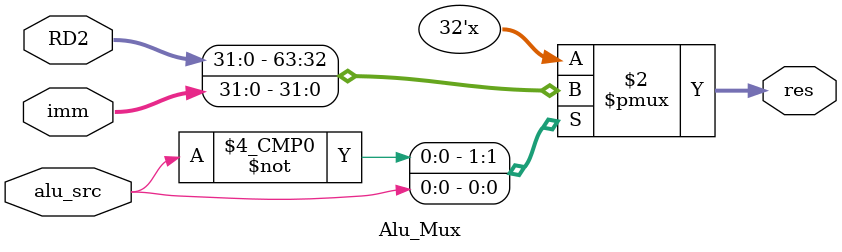
<source format=v>
`timescale 1ns / 1ps


module Alu_Mux(
    //alu multiplexers 多路选择器
    //根据控制信号 alu_src 从寄存器堆或是立即数选择一个输出
    input alu_src,
    input [31:0] RD2,
    input [31:0] imm,
    output reg [31:0] res
    );

always @(*) begin
    case (alu_src)
        0: res=RD2;
        1: res=imm;
    endcase
end
endmodule

</source>
